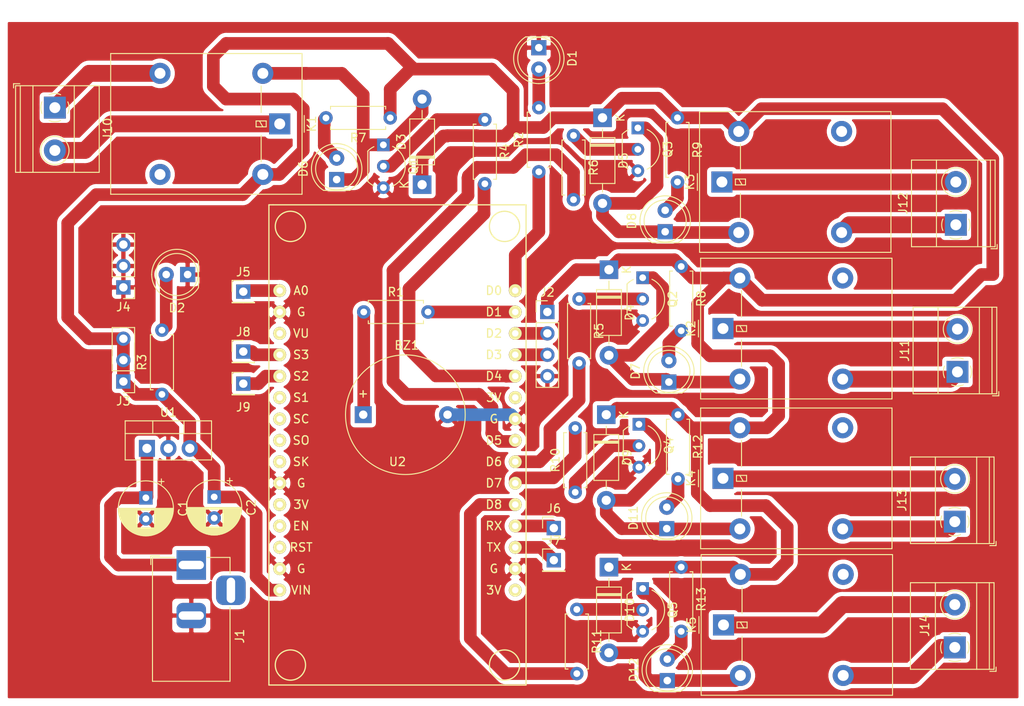
<source format=kicad_pcb>
(kicad_pcb (version 20211014) (generator pcbnew)
  (layers (0 "F.Cu" signal) (31 "B.Cu" signal) (34 "B.Paste" user) (35 "F.Paste" user) (36 "B.SilkS" user "B.Silkscreen") (37 "F.SilkS" user "F.Silkscreen") (38 "B.Mask" user) (39 "F.Mask" user) (44 "Edge.Cuts" user))
  (net 0 "")
  (net 1 "Net-(D2-Pad2)")
  (net 2 "VCC")
  (net 3 "Net-(D4-Pad2)")
  (net 4 "Net-(D5-Pad2)")
  (net 5 "Net-(D6-Pad2)")
  (net 6 "GND")
  (net 7 "Net-(Q1-Pad2)")
  (net 8 "Net-(Q2-Pad2)")
  (net 9 "Net-(Q3-Pad2)")
  (net 10 "Net-(Q4-Pad2)")
  (net 11 "relay1")
  (net 12 "relay2")
  (net 13 "relay3")
  (net 14 "relay4")
  (net 15 "Net-(C1-Pad1)")
  (net 16 "Net-(D1-Pad2)")
  (net 17 "Net-(D3-Pad2)")
  (net 18 "Net-(D7-Pad2)")
  (net 19 "Net-(D8-Pad2)")
  (net 20 "Net-(BZ1-Pad1)")
  (net 21 "Net-(D10-Pad2)")
  (net 22 "Net-(D11-Pad2)")
  (net 23 "Net-(D12-Pad2)")
  (net 24 "trigger")
  (net 25 "echo")
  (net 26 "Net-(Q5-Pad2)")
  (net 27 "buzz")
  (net 28 "headlamp")
  (net 29 "relay5")
  (net 30 "Net-(D11-Pad1)")
  (net 31 "expin")
  (net 32 "espin1")
  (net 33 "espin2")
  (net 34 "expin3")
  (net 35 "expin4")
  (net 36 "Net-(J10-Pad2)")
  (net 37 "Net-(J10-Pad1)")
  (net 38 "Net-(J11-Pad2)")
  (net 39 "Net-(J11-Pad1)")
  (net 40 "Net-(J12-Pad2)")
  (net 41 "Net-(J12-Pad1)")
  (net 42 "Net-(J13-Pad2)")
  (net 43 "Net-(J13-Pad1)")
  (net 44 "Net-(J14-Pad2)")
  (net 45 "Net-(J14-Pad1)")
  (footprint "Diode_THT:D_DO-41_SOD81_P10.16mm_Horizontal" (layer "F.Cu") (at 109.4105 144.9705 -90)
    (fp_text reference "D10")
    (fp_text value "1N4007")
  )
  (footprint "Diode_THT:D_DO-41_SOD81_P10.16mm_Horizontal" (layer "F.Cu") (at 109.093 126.873 -90)
    (fp_text reference "D9")
    (fp_text value "1N4007")
  )
  (footprint "Diode_THT:D_DO-41_SOD81_P10.16mm_Horizontal" (layer "F.Cu") (at 108.6485 91.6305 -90)
    (fp_text reference "D5")
    (fp_text value "1N4007")
  )
  (footprint "Diode_THT:D_DO-41_SOD81_P10.16mm_Horizontal" (layer "F.Cu") (at 109.4105 109.6645 -90)
    (fp_text reference "D4")
    (fp_text value "1N4007")
  )
  (footprint "Relay_THT:Relay_SPDT_Omron-G5LE-1" (layer "F.Cu") (at 122.9995 151.8285 90)
    (fp_text reference "K5")
    (fp_text value "G5LE-1")
  )
  (footprint "Relay_THT:Relay_SPDT_Omron-G5LE-1" (layer "F.Cu") (at 122.936 134.4295 90)
    (fp_text reference "K4")
    (fp_text value "G5LE-1")
  )
  (footprint "Relay_THT:Relay_SPDT_Omron-G5LE-1" (layer "F.Cu") (at 122.809 99.2505 90)
    (fp_text reference "K3")
    (fp_text value "G5LE-1")
  )
  (footprint "Relay_THT:Relay_SPDT_Omron-G5LE-1" (layer "F.Cu") (at 122.936 116.6495 90)
    (fp_text reference "K2")
    (fp_text value "G5LE-1")
  )
  (footprint "Package_TO_SOT_THT:TO-92_Inline_Wide" (layer "F.Cu") (at 113.411 147.5105 -90)
    (fp_text reference "Q5")
    (fp_text value "BC547")
  )
  (footprint "Package_TO_SOT_THT:TO-92_Inline_Wide" (layer "F.Cu") (at 112.9665 128.016 -90)
    (fp_text reference "Q4")
    (fp_text value "BC547")
  )
  (footprint "Package_TO_SOT_THT:TO-92_Inline_Wide" (layer "F.Cu") (at 112.8395 92.837 -90)
    (fp_text reference "Q3")
    (fp_text value "BC547")
  )
  (footprint "Package_TO_SOT_THT:TO-92_Inline_Wide" (layer "F.Cu") (at 113.411 110.617 -90)
    (fp_text reference "Q2")
    (fp_text value "BC547")
  )
  (footprint "ESP8266:NodeMCU-LoLinV3" (layer "F.Cu") (at 84.328 132.461)
    (fp_text reference "U2")
    (fp_text value "NodeMCU_1.0_(ESP-12E)")
  )
  (footprint "Capacitor_THT:CP_Radial_D6.3mm_P2.50mm" (layer "F.Cu") (at 54.483 136.7409 -90)
    (fp_text reference "C1")
    (fp_text value "C_Small")
  )
  (footprint "Capacitor_THT:CP_Radial_D6.3mm_P2.50mm" (layer "F.Cu") (at 62.5856 136.6393 -90)
    (fp_text reference "C2")
    (fp_text value "C_Small")
  )
  (footprint "LED_THT:LED_D5.0mm" (layer "F.Cu") (at 59.436 110.236 180)
    (fp_text reference "D2")
    (fp_text value "LED")
  )
  (footprint "LED_THT:LED_D5.0mm" (layer "F.Cu") (at 116.332 158.4325 90)
    (fp_text reference "D12")
    (fp_text value "LED")
  )
  (footprint "LED_THT:LED_D5.0mm" (layer "F.Cu") (at 116.2685 140.3985 90)
    (fp_text reference "D11")
    (fp_text value "LED")
  )
  (footprint "LED_THT:LED_D5.0mm" (layer "F.Cu") (at 116.078 105.156 90)
    (fp_text reference "D8")
    (fp_text value "LED")
  )
  (footprint "LED_THT:LED_D5.0mm" (layer "F.Cu") (at 116.5225 122.9995 90)
    (fp_text reference "D7")
    (fp_text value "LED")
  )
  (footprint "Connector_BarrelJack:BarrelJack_Horizontal" (layer "F.Cu") (at 59.8678 144.7165 90)
    (fp_text reference "J1")
    (fp_text value "Barrel_Jack")
  )
  (footprint "Connector_PinHeader_2.54mm:PinHeader_1x03_P2.54mm_Vertical" (layer "F.Cu") (at 51.816 122.936 180)
    (fp_text reference "J3")
    (fp_text value "power_supply")
  )
  (footprint "Connector_PinHeader_2.54mm:PinHeader_1x03_P2.54mm_Vertical" (layer "F.Cu") (at 51.816 111.76 180)
    (fp_text reference "J4")
    (fp_text value "GROUND_CONN")
  )
  (footprint "Resistor_THT:R_Axial_DIN0207_L6.3mm_D2.5mm_P7.62mm_Horizontal" (layer "F.Cu") (at 56.388 124.46 90)
    (fp_text reference "R3")
    (fp_text value "R_Small")
  )
  (footprint "Resistor_THT:R_Axial_DIN0207_L6.3mm_D2.5mm_P7.62mm_Horizontal" (layer "F.Cu") (at 105.6005 149.987 -90)
    (fp_text reference "R11")
    (fp_text value "R_Small")
  )
  (footprint "Resistor_THT:R_Axial_DIN0207_L6.3mm_D2.5mm_P7.62mm_Horizontal" (layer "F.Cu") (at 117.983 144.9705 -90)
    (fp_text reference "R13")
    (fp_text value "R_Small")
  )
  (footprint "Resistor_THT:R_Axial_DIN0207_L6.3mm_D2.5mm_P7.62mm_Horizontal" (layer "F.Cu") (at 105.41 136.0805 90)
    (fp_text reference "R10")
    (fp_text value "R_Small")
  )
  (footprint "Resistor_THT:R_Axial_DIN0207_L6.3mm_D2.5mm_P7.62mm_Horizontal" (layer "F.Cu") (at 105.2068 93.726 -90)
    (fp_text reference "R6")
    (fp_text value "R_Small")
  )
  (footprint "Resistor_THT:R_Axial_DIN0207_L6.3mm_D2.5mm_P7.62mm_Horizontal" (layer "F.Cu") (at 105.8672 113.1316 -90)
    (fp_text reference "R5")
    (fp_text value "R_Small")
  )
  (footprint "Resistor_THT:R_Axial_DIN0207_L6.3mm_D2.5mm_P7.62mm_Horizontal" (layer "F.Cu") (at 117.602 126.873 -90)
    (fp_text reference "R12")
    (fp_text value "R_Small")
  )
  (footprint "Resistor_THT:R_Axial_DIN0207_L6.3mm_D2.5mm_P7.62mm_Horizontal" (layer "F.Cu") (at 117.5385 91.6305 -90)
    (fp_text reference "R9")
    (fp_text value "R_Small")
  )
  (footprint "Resistor_THT:R_Axial_DIN0207_L6.3mm_D2.5mm_P7.62mm_Horizontal" (layer "F.Cu") (at 117.983 109.2835 -90)
    (fp_text reference "R8")
    (fp_text value "R_Small")
  )
  (footprint "Package_TO_SOT_THT:TO-220-3_Vertical" (layer "F.Cu") (at 54.61 130.8735)
    (fp_text reference "U1")
    (fp_text value "L7805")
  )
  (footprint "Buzzer_Beeper:Buzzer_D14mm_H7mm_P10mm" (layer "F.Cu") (at 80.264 126.873)
    (fp_text reference "BZ1")
    (fp_text value "Buzzer")
  )
  (footprint "LED_THT:LED_D5.0mm" (layer "F.Cu") (at 101.092 83.312 -90)
    (fp_text reference "D1")
    (fp_text value "LED")
  )
  (footprint "Diode_THT:D_DO-41_SOD81_P10.16mm_Horizontal" (layer "F.Cu") (at 87.249 99.568 90)
    (fp_text reference "D3")
    (fp_text value "1N4007")
  )
  (footprint "LED_THT:LED_D5.0mm" (layer "F.Cu") (at 77.1144 98.9584 90)
    (fp_text reference "D6")
    (fp_text value "LED")
  )
  (footprint "Connector_PinHeader_2.54mm:PinHeader_1x04_P2.54mm_Vertical" (layer "F.Cu") (at 102.108 114.681)
    (fp_text reference "J2")
    (fp_text value "ultrasonic")
  )
  (footprint "Relay_THT:Relay_SPDT_Omron-G5LE-1" (layer "F.Cu") (at 70.358 92.3544 -90)
    (fp_text reference "K1")
    (fp_text value "G5LE-1")
  )
  (footprint "Package_TO_SOT_THT:TO-92_Inline_Wide" (layer "F.Cu") (at 82.6516 94.8436 -90)
    (fp_text reference "Q1")
    (fp_text value "BC547")
  )
  (footprint "Resistor_THT:R_Axial_DIN0207_L6.3mm_D2.5mm_P7.62mm_Horizontal" (layer "F.Cu") (at 80.3275 114.681)
    (fp_text reference "R1")
    (fp_text value "R_Small")
  )
  (footprint "Resistor_THT:R_Axial_DIN0207_L6.3mm_D2.5mm_P7.62mm_Horizontal" (layer "F.Cu") (at 101.092 98.044 90)
    (fp_text reference "R2")
    (fp_text value "R_Small")
  )
  (footprint "Resistor_THT:R_Axial_DIN0207_L6.3mm_D2.5mm_P7.62mm_Horizontal" (layer "F.Cu") (at 94.6912 91.8464 -90)
    (fp_text reference "R4")
    (fp_text value "R_Small")
  )
  (footprint "Resistor_THT:R_Axial_DIN0207_L6.3mm_D2.5mm_P7.62mm_Horizontal" (layer "F.Cu") (at 83.4644 91.6432 180)
    (fp_text reference "R7")
    (fp_text value "R_Small")
  )
  (footprint "TerminalBlock_Phoenix:TerminalBlock_Phoenix_MKDS-1,5-2-5.08_1x02_P5.08mm_Horizontal" (layer "F.Cu") (at 43.688 90.424 -90)
    (fp_text reference "J10")
    (fp_text value "r5_conn")
  )
  (footprint "TerminalBlock_Phoenix:TerminalBlock_Phoenix_MKDS-1,5-2-5.08_1x02_P5.08mm_Horizontal" (layer "F.Cu") (at 150.749 121.793 90)
    (fp_text reference "J11")
    (fp_text value "r2_conn")
  )
  (footprint "TerminalBlock_Phoenix:TerminalBlock_Phoenix_MKDS-1,5-2-5.08_1x02_P5.08mm_Horizontal" (layer "F.Cu") (at 150.5585 104.3305 90)
    (fp_text reference "J12")
    (fp_text value "r1_conn")
  )
  (footprint "TerminalBlock_Phoenix:TerminalBlock_Phoenix_MKDS-1,5-2-5.08_1x02_P5.08mm_Horizontal" (layer "F.Cu") (at 150.4315 139.573 90)
    (fp_text reference "J13")
    (fp_text value "r3_conn")
  )
  (footprint "TerminalBlock_Phoenix:TerminalBlock_Phoenix_MKDS-1,5-2-5.08_1x02_P5.08mm_Horizontal" (layer "F.Cu") (at 150.4315 154.4955 90)
    (fp_text reference "J14")
    (fp_text value "r4_conn")
  )
  (footprint "Connector_PinHeader_2.54mm:PinHeader_1x01_P2.54mm_Vertical" (layer "F.Cu") (at 66.04 112.268)
    (fp_text reference "J5")
    (fp_text value "expin")
  )
  (footprint "Connector_PinHeader_2.54mm:PinHeader_1x01_P2.54mm_Vertical" (layer "F.Cu") (at 102.87 140.335)
    (fp_text reference "J6")
    (fp_text value "expin1")
  )
  (footprint "Connector_PinHeader_2.54mm:PinHeader_1x01_P2.54mm_Vertical" (layer "F.Cu") (at 102.87 144.145)
    (fp_text reference "J7")
    (fp_text value "expin2")
  )
  (footprint "Connector_PinHeader_2.54mm:PinHeader_1x01_P2.54mm_Vertical" (layer "F.Cu") (at 66.04 119.38)
    (fp_text reference "J8")
    (fp_text value "expin3")
  )
  (footprint "Connector_PinHeader_2.54mm:PinHeader_1x01_P2.54mm_Vertical" (layer "F.Cu") (at 66.04 123.19)
    (fp_text reference "J9")
    (fp_text value "expin4")
  )
  (segment (start 56.896 116.332) (end 56.388 116.84) (width 1.5) (layer "F.Cu") (net 1))
  (segment (start 56.896 110.236) (end 56.896 116.332) (width 1.5) (layer "F.Cu") (net 1))
  (segment (start 128.1105 128.4295) (end 129.54 127) (width 1.5) (layer "F.Cu") (net 2))
  (segment (start 45.212 115.316) (end 47.752 117.856) (width 1.5) (layer "F.Cu") (net 2))
  (segment (start 59.69 130.8735) (end 60.2615 130.8735) (width 1.5) (layer "F.Cu") (net 2))
  (segment (start 130.556 144.272) (end 130.556 140.208) (width 1.5) (layer "F.Cu") (net 2))
  (segment (start 73.152 95.504) (end 73.152 90.578398) (width 1.5) (layer "F.Cu") (net 2))
  (segment (start 62.484 87.884) (end 62.484 84.328) (width 1.5) (layer "F.Cu") (net 2))
  (segment (start 121.412 137.668) (end 119.888 136.144) (width 1.5) (layer "F.Cu") (net 2))
  (segment (start 48.597599 100.754401) (end 45.212 104.14) (width 1.5) (layer "F.Cu") (net 2))
  (segment (start 154.94 110.236) (end 153.599998 110.236) (width 1.5) (layer "F.Cu") (net 2))
  (segment (start 70.358 147.701) (end 69.166098 147.701) (width 1.5) (layer "F.Cu") (net 2))
  (segment (start 51.816 117.856) (end 51.816 120.396) (width 1.5) (layer "F.Cu") (net 2))
  (segment (start 124.9995 145.8285) (end 128.9995 145.8285) (width 1.5) (layer "F.Cu") (net 2))
  (segment (start 67.564 146.098902) (end 67.564 138.684) (width 1.5) (layer "F.Cu") (net 2))
  (segment (start 110.591499 108.483501) (end 109.4105 109.6645) (width 1.5) (layer "F.Cu") (net 2))
  (segment (start 65.5193 136.6393) (end 62.5856 136.6393) (width 1.5) (layer "F.Cu") (net 2))
  (segment (start 101.619601 92.782401) (end 98.044 92.782401) (width 1.5) (layer "F.Cu") (net 2))
  (segment (start 129.54 120.904) (end 128.524 119.888) (width 1.5) (layer "F.Cu") (net 2))
  (segment (start 110.358001 126.115999) (end 116.844999 126.115999) (width 1.5) (layer "F.Cu") (net 2))
  (segment (start 64.008 89.408) (end 62.484 87.884) (width 1.5) (layer "F.Cu") (net 2))
  (segment (start 59.69 130.8735) (end 59.69 127.762) (width 1.5) (layer "F.Cu") (net 2))
  (segment (start 153.599998 110.236) (end 150.551998 113.284) (width 1.5) (layer "F.Cu") (net 2))
  (segment (start 62.484 84.328) (end 64.008 82.804) (width 1.5) (layer "F.Cu") (net 2))
  (segment (start 124.936 128.4295) (end 128.1105 128.4295) (width 1.5) (layer "F.Cu") (net 2))
  (segment (start 47.752 117.856) (end 51.816 117.856) (width 1.5) (layer "F.Cu") (net 2))
  (segment (start 83.4644 91.6432) (end 83.4644 88.2396) (width 1.5) (layer "F.Cu") (net 2))
  (segment (start 128.524 119.888) (end 121.412 119.888) (width 1.5) (layer "F.Cu") (net 2))
  (segment (start 117.183001 108.483501) (end 110.591499 108.483501) (width 1.5) (layer "F.Cu") (net 2))
  (segment (start 98.044 92.782401) (end 98.044 88.392) (width 1.5) (layer "F.Cu") (net 2))
  (segment (start 128.9995 145.8285) (end 130.556 144.272) (width 1.5) (layer "F.Cu") (net 2))
  (segment (start 98.044 88.392) (end 95.504 85.852) (width 1.5) (layer "F.Cu") (net 2))
  (segment (start 115.2144 89.3064) (end 110.9726 89.3064) (width 1.5) (layer "F.Cu") (net 2))
  (segment (start 117.5385 91.6305) (end 123.189 91.6305) (width 1.5) (layer "F.Cu") (net 2))
  (segment (start 129.54 127) (end 129.54 120.904) (width 1.5) (layer "F.Cu") (net 2))
  (segment (start 110.9726 89.3064) (end 108.6485 91.6305) (width 1.5) (layer "F.Cu") (net 2))
  (segment (start 105.5751 109.6645) (end 109.4105 109.6645) (width 1.5) (layer "F.Cu") (net 2))
  (segment (start 119.2855 128.4295) (end 119.1585 128.4295) (width 1.5) (layer "F.Cu") (net 2))
  (segment (start 71.981602 89.408) (end 64.008 89.408) (width 1.5) (layer "F.Cu") (net 2))
  (segment (start 150.551998 113.284) (end 127.5705 113.284) (width 1.5) (layer "F.Cu") (net 2))
  (segment (start 93.705208 93.74641) (end 93.755199 93.796401) (width 1.5) (layer "F.Cu") (net 2))
  (segment (start 119.888 129.032) (end 119.2855 128.4295) (width 1.5) (layer "F.Cu") (net 2))
  (segment (start 93.755199 93.796401) (end 97.03 93.796401) (width 1.5) (layer "F.Cu") (net 2))
  (segment (start 123.0305 110.6495) (end 124.936 110.6495) (width 1.5) (layer "F.Cu") (net 2))
  (segment (start 56.388 124.46) (end 53.34 124.46) (width 1.5) (layer "F.Cu") (net 2))
  (segment (start 45.212 104.14) (end 45.212 115.316) (width 1.5) (layer "F.Cu") (net 2))
  (segment (start 65.957999 100.754401) (end 48.597599 100.754401) (width 1.5) (layer "F.Cu") (net 2))
  (segment (start 89.782099 93.796401) (end 90.201199 93.796401) (width 1.5) (layer "F.Cu") (net 2))
  (segment (start 97.03 93.796401) (end 98.044 92.782401) (width 1.5) (layer "F.Cu") (net 2))
  (segment (start 124.809 93.2505) (end 127.508 90.5515) (width 1.5) (layer "F.Cu") (net 2))
  (segment (start 59.69 127.762) (end 56.388 124.46) (width 1.5) (layer "F.Cu") (net 2))
  (segment (start 109.4105 144.9705) (end 117.983 144.9705) (width 1.5) (layer "F.Cu") (net 2))
  (segment (start 90.201199 93.796401) (end 90.25119 93.74641) (width 1.5) (layer "F.Cu") (net 2))
  (segment (start 83.4644 88.2396) (end 86.0552 85.6488) (width 1.5) (layer "F.Cu") (net 2))
  (segment (start 124.936 110.6495) (end 119.349 110.6495) (width 1.5) (layer "F.Cu") (net 2))
  (segment (start 119.1585 128.4295) (end 117.602 126.873) (width 1.5) (layer "F.Cu") (net 2))
  (segment (start 127.508 90.5515) (end 148.9715 90.5515) (width 1.5) (layer "F.Cu") (net 2))
  (segment (start 117.983 144.9705) (end 124.1415 144.9705) (width 1.5) (layer "F.Cu") (net 2))
  (segment (start 109.093 126.873) (end 109.601 126.873) (width 1.5) (layer "F.Cu") (net 2))
  (segment (start 102.771502 91.6305) (end 101.619601 92.782401) (width 1.5) (layer "F.Cu") (net 2))
  (segment (start 53.34 124.46) (end 51.816 122.936) (width 1.5) (layer "F.Cu") (net 2))
  (segment (start 117.5385 91.6305) (end 115.2144 89.3064) (width 1.5) (layer "F.Cu") (net 2))
  (segment (start 70.3016 98.3544) (end 73.152 95.504) (width 1.5) (layer "F.Cu") (net 2))
  (segment (start 108.6485 91.6305) (end 102.771502 91.6305) (width 1.5) (layer "F.Cu") (net 2))
  (segment (start 62.5856 133.1976) (end 62.5856 136.6393) (width 1.5) (layer "F.Cu") (net 2))
  (segment (start 51.816 120.396) (end 51.816 122.936) (width 1.5) (layer "F.Cu") (net 2))
  (segment (start 127.5705 113.284) (end 124.936 110.6495) (width 1.5) (layer "F.Cu") (net 2))
  (segment (start 64.008 82.804) (end 83.2104 82.804) (width 1.5) (layer "F.Cu") (net 2))
  (segment (start 87.249 96.3295) (end 89.782099 93.796401) (width 1.5) (layer "F.Cu") (net 2))
  (segment (start 123.189 91.6305) (end 124.809 93.2505) (width 1.5) (layer "F.Cu") (net 2))
  (segment (start 116.844999 126.115999) (end 117.602 126.873) (width 1.5) (layer "F.Cu") (net 2))
  (segment (start 119.933001 113.746999) (end 123.0305 110.6495) (width 1.5) (layer "F.Cu") (net 2))
  (segment (start 60.2615 130.8735) (end 62.5856 133.1976) (width 1.5) (layer "F.Cu") (net 2))
  (segment (start 87.249 99.568) (end 87.249 96.3295) (width 1.5) (layer "F.Cu") (net 2))
  (segment (start 109.601 126.873) (end 110.358001 126.115999) (width 1.5) (layer "F.Cu") (net 2))
  (segment (start 83.2104 82.804) (end 86.0552 85.6488) (width 1.5) (layer "F.Cu") (net 2))
  (segment (start 102.108 113.1316) (end 105.5751 109.6645) (width 1.5) (layer "F.Cu") (net 2))
  (segment (start 90.25119 93.74641) (end 93.705208 93.74641) (width 1.5) (layer "F.Cu") (net 2))
  (segment (start 73.152 90.578398) (end 71.981602 89.408) (width 1.5) (layer "F.Cu") (net 2))
  (segment (start 119.933001 118.409001) (end 119.933001 113.746999) (width 1.5) (layer "F.Cu") (net 2))
  (segment (start 67.564 138.684) (end 65.5193 136.6393) (width 1.5) (layer "F.Cu") (net 2))
  (segment (start 154.94 96.52) (end 154.94 110.236) (width 1.5) (layer "F.Cu") (net 2))
  (segment (start 68.358 98.3544) (end 65.957999 100.754401) (width 1.5) (layer "F.Cu") (net 2))
  (segment (start 95.504 85.852) (end 86.2584 85.852) (width 1.5) (layer "F.Cu") (net 2))
  (segment (start 124.1415 144.9705) (end 124.9995 145.8285) (width 1.5) (layer "F.Cu") (net 2))
  (segment (start 69.166098 147.701) (end 67.564 146.098902) (width 1.5) (layer "F.Cu") (net 2))
  (segment (start 128.016 137.668) (end 121.412 137.668) (width 1.5) (layer "F.Cu") (net 2))
  (segment (start 86.2584 85.852) (end 86.0552 85.6488) (width 1.5) (layer "F.Cu") (net 2))
  (segment (start 121.412 119.888) (end 119.933001 118.409001) (width 1.5) (layer "F.Cu") (net 2))
  (segment (start 148.9715 90.5515) (end 154.94 96.52) (width 1.5) (layer "F.Cu") (net 2))
  (segment (start 124.936 128.4295) (end 119.2855 128.4295) (width 1.5) (layer "F.Cu") (net 2))
  (segment (start 68.358 98.3544) (end 70.3016 98.3544) (width 1.5) (layer "F.Cu") (net 2))
  (segment (start 119.349 110.6495) (end 117.983 109.2835) (width 1.5) (layer "F.Cu") (net 2))
  (segment (start 119.888 136.144) (end 119.888 129.032) (width 1.5) (layer "F.Cu") (net 2))
  (segment (start 102.108 114.681) (end 102.108 113.1316) (width 1.5) (layer "F.Cu") (net 2))
  (segment (start 117.983 109.2835) (end 117.183001 108.483501) (width 1.5) (layer "F.Cu") (net 2))
  (segment (start 130.556 140.208) (end 128.016 137.668) (width 1.5) (layer "F.Cu") (net 2))
  (segment (start 115.7732 111.76) (end 114.6302 110.617) (width 1.5) (layer "F.Cu") (net 3))
  (segment (start 124.586 122.9995) (end 124.936 122.6495) (width 1.5) (layer "F.Cu") (net 3))
  (segment (start 109.4105 119.8245) (end 112.268 122.682) (width 1.5) (layer "F.Cu") (net 3))
  (segment (start 112.268 122.682) (end 116.205 122.682) (width 1.5) (layer "F.Cu") (net 3))
  (segment (start 115.7732 116.146802) (end 115.7732 111.76) (width 1.5) (layer "F.Cu") (net 3))
  (segment (start 114.6302 110.617) (end 113.411 110.617) (width 1.5) (layer "F.Cu") (net 3))
  (segment (start 112.095502 119.8245) (end 115.7732 116.146802) (width 1.5) (layer "F.Cu") (net 3))
  (segment (start 116.5225 122.9995) (end 124.586 122.9995) (width 1.5) (layer "F.Cu") (net 3))
  (segment (start 109.4105 119.8245) (end 112.095502 119.8245) (width 1.5) (layer "F.Cu") (net 3))
  (segment (start 116.205 122.682) (end 116.5225 122.9995) (width 1.5) (layer "F.Cu") (net 3))
  (segment (start 115.1128 99.6188) (end 115.1128 94.234) (width 1.5) (layer "F.Cu") (net 4))
  (segment (start 115.1128 94.234) (end 113.7158 92.837) (width 1.5) (layer "F.Cu") (net 4))
  (segment (start 116.1725 105.2505) (end 116.078 105.156) (width 1.5) (layer "F.Cu") (net 4))
  (segment (start 124.809 105.2505) (end 116.1725 105.2505) (width 1.5) (layer "F.Cu") (net 4))
  (segment (start 113.7158 92.837) (end 112.8395 92.837) (width 1.5) (layer "F.Cu") (net 4))
  (segment (start 116.078 105.156) (end 110.5408 105.156) (width 1.5) (layer "F.Cu") (net 4))
  (segment (start 112.9411 101.7905) (end 115.1128 99.6188) (width 1.5) (layer "F.Cu") (net 4))
  (segment (start 108.6485 103.2637) (end 108.6485 101.7905) (width 1.5) (layer "F.Cu") (net 4))
  (segment (start 110.5408 105.156) (end 108.6485 103.2637) (width 1.5) (layer "F.Cu") (net 4))
  (segment (start 108.6485 101.7905) (end 112.9411 101.7905) (width 1.5) (layer "F.Cu") (net 4))
  (segment (start 77.1144 96.4184) (end 75.6412 94.9452) (width 1.5) (layer "F.Cu") (net 5))
  (segment (start 75.6412 91.8464) (end 75.8444 91.6432) (width 1.5) (layer "F.Cu") (net 5))
  (segment (start 75.6412 94.9452) (end 75.6412 91.8464) (width 1.5) (layer "F.Cu") (net 5))
  (segment (start 97.79 126.873) (end 98.298 127.381) (width 1.5) (layer "B.Cu") (net 6))
  (segment (start 90.264 126.873) (end 97.79 126.873) (width 1.5) (layer "B.Cu") (net 6))
  (segment (start 82.6516 97.3836) (end 83.507879 97.3836) (width 1.5) (layer "F.Cu") (net 7))
  (segment (start 89.045079 91.8464) (end 94.6912 91.8464) (width 1.5) (layer "F.Cu") (net 7))
  (segment (start 83.507879 97.3836) (end 89.045079 91.8464) (width 1.5) (layer "F.Cu") (net 7))
  (segment (start 105.8672 113.1316) (end 113.3856 113.1316) (width 1.5) (layer "F.Cu") (net 8))
  (segment (start 113.3856 113.1316) (end 113.411 113.157) (width 1.5) (layer "F.Cu") (net 8))
  (segment (start 112.8395 95.377) (end 106.8578 95.377) (width 1.5) (layer "F.Cu") (net 9))
  (segment (start 106.8578 95.377) (end 105.2068 93.726) (width 1.5) (layer "F.Cu") (net 9))
  (segment (start 105.41 134.874) (end 109.728 130.556) (width 1.5) (layer "F.Cu") (net 10))
  (segment (start 109.728 130.556) (end 112.9665 130.556) (width 1.5) (layer "F.Cu") (net 10))
  (segment (start 105.41 136.0805) (end 105.41 134.874) (width 1.5) (layer "F.Cu") (net 10))
  (segment (start 93.98 124.46) (end 85.344 124.46) (width 1.5) (layer "F.Cu") (net 11))
  (segment (start 98.063601 97.516399) (end 99.568 96.012) (width 1.5) (layer "F.Cu") (net 11))
  (segment (start 92.68959 98.780991) (end 92.741199 98.729382) (width 1.5) (layer "F.Cu") (net 11))
  (segment (start 98.171 130.048) (end 96.52 130.048) (width 1.5) (layer "F.Cu") (net 11))
  (segment (start 92.741199 98.530399) (end 93.755199 97.516399) (width 1.5) (layer "F.Cu") (net 11))
  (segment (start 105.2068 98.0948) (end 105.2068 101.346) (width 1.5) (layer "F.Cu") (net 11))
  (segment (start 83.79959 122.91559) (end 83.79959 109.74841) (width 1.5) (layer "F.Cu") (net 11))
  (segment (start 99.568 96.012) (end 103.124 96.012) (width 1.5) (layer "F.Cu") (net 11))
  (segment (start 96.52 130.048) (end 95.504 129.032) (width 1.5) (layer "F.Cu") (net 11))
  (segment (start 98.298 129.921) (end 98.171 130.048) (width 1.5) (layer "F.Cu") (net 11))
  (segment (start 92.741199 98.729382) (end 92.741199 98.530399) (width 1.5) (layer "F.Cu") (net 11))
  (segment (start 95.504 129.032) (end 95.532761 129.003239) (width 1.5) (layer "F.Cu") (net 11))
  (segment (start 93.755199 97.516399) (end 98.063601 97.516399) (width 1.5) (layer "F.Cu") (net 11))
  (segment (start 92.68959 100.85841) (end 92.68959 98.780991) (width 1.5) (layer "F.Cu") (net 11))
  (segment (start 85.344 124.46) (end 83.79959 122.91559) (width 1.5) (layer "F.Cu") (net 11))
  (segment (start 83.79959 109.74841) (end 92.68959 100.85841) (width 1.5) (layer "F.Cu") (net 11))
  (segment (start 103.124 96.012) (end 105.2068 98.0948) (width 1.5) (layer "F.Cu") (net 11))
  (segment (start 95.532761 129.003239) (end 95.532761 126.012761) (width 1.5) (layer "F.Cu") (net 11))
  (segment (start 95.532761 126.012761) (end 93.98 124.46) (width 1.5) (layer "F.Cu") (net 11))
  (segment (start 105.8672 125.117298) (end 102.4128 128.571698) (width 1.5) (layer "F.Cu") (net 12))
  (segment (start 102.4128 131.2164) (end 101.1682 132.461) (width 1.5) (layer "F.Cu") (net 12))
  (segment (start 105.8672 120.7516) (end 105.8672 125.117298) (width 1.5) (layer "F.Cu") (net 12))
  (segment (start 101.1682 132.461) (end 98.298 132.461) (width 1.5) (layer "F.Cu") (net 12))
  (segment (start 102.4128 128.571698) (end 102.4128 131.2164) (width 1.5) (layer "F.Cu") (net 12))
  (segment (start 105.41 131.7752) (end 105.41 128.4605) (width 1.5) (layer "F.Cu") (net 13))
  (segment (start 98.298 134.5692) (end 98.494199 134.373001) (width 1.5) (layer "F.Cu") (net 13))
  (segment (start 98.298 135.001) (end 98.298 134.5692) (width 1.5) (layer "F.Cu") (net 13))
  (segment (start 102.812199 134.373001) (end 105.41 131.7752) (width 1.5) (layer "F.Cu") (net 13))
  (segment (start 98.494199 134.373001) (end 102.812199 134.373001) (width 1.5) (layer "F.Cu") (net 13))
  (segment (start 94.107 137.541) (end 98.298 137.541) (width 1.5) (layer "F.Cu") (net 14))
  (segment (start 92.964 138.684) (end 94.107 137.541) (width 1.5) (layer "F.Cu") (net 14))
  (segment (start 92.964 153.416) (end 92.964 138.684) (width 1.5) (layer "F.Cu") (net 14))
  (segment (start 97.155 157.607) (end 92.964 153.416) (width 1.5) (layer "F.Cu") (net 14))
  (segment (start 105.6005 157.607) (end 97.155 157.607) (width 1.5) (layer "F.Cu") (net 14))
  (segment (start 54.61 136.6139) (end 54.483 136.7409) (width 1.5) (layer "F.Cu") (net 15))
  (segment (start 54.61 130.8735) (end 54.61 136.6139) (width 1.5) (layer "F.Cu") (net 15))
  (segment (start 54.483 136.7409) (end 51.2191 136.7409) (width 1.5) (layer "F.Cu") (net 15))
  (segment (start 50.292 143.764) (end 51.2445 144.7165) (width 1.5) (layer "F.Cu") (net 15))
  (segment (start 50.292 137.668) (end 50.292 143.764) (width 1.5) (layer "F.Cu") (net 15))
  (segment (start 51.2445 144.7165) (end 59.8678 144.7165) (width 1.5) (layer "F.Cu") (net 15))
  (segment (start 51.2191 136.7409) (end 50.292 137.668) (width 1.5) (layer "F.Cu") (net 15))
  (segment (start 101.092 90.424) (end 101.092 85.852) (width 1.5) (layer "F.Cu") (net 16))
  (segment (start 73.441602 86.3544) (end 68.358 86.3544) (width 1.5) (layer "F.Cu") (net 17))
  (segment (start 80.264 94.706) (end 80.264 88.9) (width 1.5) (layer "F.Cu") (net 17))
  (segment (start 83.360858 94.8436) (end 82.6516 94.8436) (width 1.5) (layer "F.Cu") (net 17))
  (segment (start 87.249 90.955458) (end 83.360858 94.8436) (width 1.5) (layer "F.Cu") (net 17))
  (segment (start 87.249 89.408) (end 87.249 90.955458) (width 1.5) (layer "F.Cu") (net 17))
  (segment (start 73.447202 86.36) (end 73.441602 86.3544) (width 1.5) (layer "F.Cu") (net 17))
  (segment (start 80.4016 94.8436) (end 80.264 94.706) (width 1.5) (layer "F.Cu") (net 17))
  (segment (start 80.264 97.8408) (end 80.264 94.706) (width 1.5) (layer "F.Cu") (net 17))
  (segment (start 77.1144 98.9584) (end 79.1464 98.9584) (width 1.5) (layer "F.Cu") (net 17))
  (segment (start 80.4016 94.8436) (end 82.6516 94.8436) (width 1.5) (layer "F.Cu") (net 17))
  (segment (start 80.264 88.9) (end 77.724 86.36) (width 1.5) (layer "F.Cu") (net 17))
  (segment (start 77.724 86.36) (end 73.447202 86.36) (width 1.5) (layer "F.Cu") (net 17))
  (segment (start 79.1464 98.9584) (end 80.264 97.8408) (width 1.5) (layer "F.Cu") (net 17))
  (segment (start 116.5225 118.364) (end 117.983 116.9035) (width 1.5) (layer "F.Cu") (net 18))
  (segment (start 116.5225 120.4595) (end 116.5225 118.364) (width 1.5) (layer "F.Cu") (net 18))
  (segment (start 117.5385 99.2505) (end 117.5385 101.1555) (width 1.5) (layer "F.Cu") (net 19))
  (segment (start 117.5385 101.1555) (end 116.078 102.616) (width 1.5) (layer "F.Cu") (net 19))
  (segment (start 80.3275 126.8095) (end 80.264 126.873) (width 1.5) (layer "F.Cu") (net 20))
  (segment (start 80.3275 114.681) (end 80.3275 126.8095) (width 1.5) (layer "F.Cu") (net 20))
  (segment (start 114.2365 158.4325) (end 113.683002 157.879002) (width 1.5) (layer "F.Cu") (net 21))
  (segment (start 113.54299 148.08699) (end 114.134509 148.08699) (width 1.5) (layer "F.Cu") (net 21))
  (segment (start 115.824 152.989502) (end 113.683002 155.1305) (width 1.5) (layer "F.Cu") (net 21))
  (segment (start 114.134509 148.08699) (end 115.824 149.776481) (width 1.5) (layer "F.Cu") (net 21))
  (segment (start 116.332 158.4325) (end 124.3955 158.4325) (width 1.5) (layer "F.Cu") (net 21))
  (segment (start 113.683002 155.1305) (end 109.4105 155.1305) (width 1.5) (layer "F.Cu") (net 21))
  (segment (start 115.824 149.776481) (end 115.824 152.989502) (width 1.5) (layer "F.Cu") (net 21))
  (segment (start 124.3955 158.4325) (end 124.9995 157.8285) (width 1.5) (layer "F.Cu") (net 21))
  (segment (start 113.411 147.955) (end 113.54299 148.08699) (width 1.5) (layer "F.Cu") (net 21))
  (segment (start 116.332 158.4325) (end 114.2365 158.4325) (width 1.5) (layer "F.Cu") (net 21))
  (segment (start 113.683002 157.879002) (end 113.683002 155.1305) (width 1.5) (layer "F.Cu") (net 21))
  (segment (start 113.411 147.5105) (end 113.411 147.955) (width 1.5) (layer "F.Cu") (net 21))
  (segment (start 117.602 134.493) (end 117.602 136.525) (width 1.5) (layer "F.Cu") (net 22))
  (segment (start 117.602 136.525) (end 116.2685 137.8585) (width 1.5) (layer "F.Cu") (net 22))
  (segment (start 116.332 155.8925) (end 117.983 154.2415) (width 1.5) (layer "F.Cu") (net 23))
  (segment (start 117.983 154.2415) (end 117.983 152.5905) (width 1.5) (layer "F.Cu") (net 23))
  (segment (start 98.298 119.761) (end 102.108 119.761) (width 1.5) (layer "F.Cu") (net 24))
  (segment (start 102.108 117.221) (end 98.298 117.221) (width 1.5) (layer "F.Cu") (net 25))
  (segment (start 113.3475 149.987) (end 113.411 150.0505) (width 1.5) (layer "F.Cu") (net 26))
  (segment (start 105.6005 149.987) (end 113.3475 149.987) (width 1.5) (layer "F.Cu") (net 26))
  (segment (start 98.298 114.681) (end 87.9475 114.681) (width 1.5) (layer "F.Cu") (net 27))
  (segment (start 101.092 105.156) (end 101.092 98.044) (width 1.5) (layer "F.Cu") (net 28))
  (segment (start 98.298 107.95) (end 101.092 105.156) (width 1.5) (layer "F.Cu") (net 28))
  (segment (start 98.298 112.141) (end 98.298 107.95) (width 1.5) (layer "F.Cu") (net 28))
  (segment (start 94.5896 103.0224) (end 94.5896 99.568) (width 1.5) (layer "F.Cu") (net 29))
  (segment (start 85.6996 111.9124) (end 94.5896 103.0224) (width 1.5) (layer "F.Cu") (net 29))
  (segment (start 94.5896 99.568) (end 94.6912 99.4664) (width 1.5) (layer "F.Cu") (net 29))
  (segment (start 85.6996 119.0752) (end 85.6996 111.9124) (width 1.5) (layer "F.Cu") (net 29))
  (segment (start 97.22037 122.301) (end 97.19497 122.2756) (width 1.5) (layer "F.Cu") (net 29))
  (segment (start 97.19497 122.2756) (end 88.9 122.2756) (width 1.5) (layer "F.Cu") (net 29))
  (segment (start 88.9 122.2756) (end 85.6996 119.0752) (width 1.5) (layer "F.Cu") (net 29))
  (segment (start 98.298 122.301) (end 97.22037 122.301) (width 1.5) (layer "F.Cu") (net 29))
  (segment (start 116.2995 140.4295) (end 116.2685 140.3985) (width 1.5) (layer "F.Cu") (net 30))
  (segment (start 111.887 137.033) (end 109.093 137.033) (width 1.5) (layer "F.Cu") (net 30))
  (segment (start 115.824 130.048) (end 115.651999 130.220001) (width 1.5) (layer "F.Cu") (net 30))
  (segment (start 115.651999 133.268001) (end 111.887 137.033) (width 1.5) (layer "F.Cu") (net 30))
  (segment (start 116.2685 140.3985) (end 110.9345 140.3985) (width 1.5) (layer "F.Cu") (net 30))
  (segment (start 124.936 140.4295) (end 116.2995 140.4295) (width 1.5) (layer "F.Cu") (net 30))
  (segment (start 113.792 128.016) (end 115.824 130.048) (width 1.5) (layer "F.Cu") (net 30))
  (segment (start 110.9345 140.3985) (end 109.093 138.557) (width 1.5) (layer "F.Cu") (net 30))
  (segment (start 112.9665 128.016) (end 113.792 128.016) (width 1.5) (layer "F.Cu") (net 30))
  (segment (start 109.093 138.557) (end 109.093 137.033) (width 1.5) (layer "F.Cu") (net 30))
  (segment (start 115.651999 130.220001) (end 115.651999 133.268001) (width 1.5) (layer "F.Cu") (net 30))
  (segment (start 66.294 112.141) (end 66.04 112.395) (width 1.5) (layer "F.Cu") (net 31))
  (segment (start 70.358 112.141) (end 66.294 112.141) (width 1.5) (layer "F.Cu") (net 31))
  (segment (start 102.616 140.081) (end 102.87 140.335) (width 1.5) (layer "F.Cu") (net 32))
  (segment (start 98.298 140.081) (end 102.616 140.081) (width 1.5) (layer "F.Cu") (net 32))
  (segment (start 102.87 144.145) (end 101.346 142.621) (width 1.5) (layer "F.Cu") (net 33))
  (segment (start 101.346 142.621) (end 98.298 142.621) (width 1.5) (layer "F.Cu") (net 33))
  (segment (start 66.04 119.38) (end 67.056 119.38) (width 1.5) (layer "F.Cu") (net 34))
  (segment (start 67.056 119.38) (end 67.437 119.761) (width 1.5) (layer "F.Cu") (net 34))
  (segment (start 67.437 119.761) (end 70.358 119.761) (width 1.5) (layer "F.Cu") (net 34))
  (segment (start 67.818 123.19) (end 66.04 123.19) (width 1.5) (layer "F.Cu") (net 35))
  (segment (start 68.707 122.301) (end 67.818 123.19) (width 1.5) (layer "F.Cu") (net 35))
  (segment (start 70.358 122.301) (end 68.707 122.301) (width 1.5) (layer "F.Cu") (net 35))
  (segment (start 47.244 95.504) (end 50.3936 92.3544) (width 2) (layer "F.Cu") (net 36))
  (segment (start 50.3936 92.3544) (end 70.358 92.3544) (width 2) (layer "F.Cu") (net 36))
  (segment (start 43.688 95.504) (end 47.244 95.504) (width 2) (layer "F.Cu") (net 36))
  (segment (start 47.7576 86.3544) (end 43.688 90.424) (width 2) (layer "F.Cu") (net 37))
  (segment (start 56.158 86.3544) (end 47.7576 86.3544) (width 2) (layer "F.Cu") (net 37))
  (segment (start 150.749 116.713) (end 122.9995 116.713) (width 2) (layer "F.Cu") (net 38))
  (segment (start 122.9995 116.713) (end 122.936 116.6495) (width 2) (layer "F.Cu") (net 38))
  (segment (start 137.136 122.6495) (end 149.8925 122.6495) (width 2) (layer "F.Cu") (net 39))
  (segment (start 149.8925 122.6495) (end 150.749 121.793) (width 2) (layer "F.Cu") (net 39))
  (segment (start 122.809 99.2505) (end 150.5585 99.2505) (width 2) (layer "F.Cu") (net 40))
  (segment (start 150.5585 104.3305) (end 137.929 104.3305) (width 2) (layer "F.Cu") (net 41))
  (segment (start 137.929 104.3305) (end 137.009 105.2505) (width 2) (layer "F.Cu") (net 41))
  (segment (start 150.4315 134.493) (end 122.9995 134.493) (width 2) (layer "F.Cu") (net 42))
  (segment (start 122.9995 134.493) (end 122.936 134.4295) (width 2) (layer "F.Cu") (net 42))
  (segment (start 149.575 140.4295) (end 150.4315 139.573) (width 2) (layer "F.Cu") (net 43))
  (segment (start 137.136 140.4295) (end 149.575 140.4295) (width 2) (layer "F.Cu") (net 43))
  (segment (start 150.4315 149.4155) (end 137.0965 149.4155) (width 2) (layer "F.Cu") (net 44))
  (segment (start 150.368 149.352) (end 150.4315 149.4155) (width 1.5) (layer "F.Cu") (net 44))
  (segment (start 134.6835 151.8285) (end 122.9995 151.8285) (width 2) (layer "F.Cu") (net 44))
  (segment (start 137.0965 149.4155) (end 134.6835 151.8285) (width 2) (layer "F.Cu") (net 44))
  (segment (start 145.4475 157.8285) (end 137.1995 157.8285) (width 2) (layer "F.Cu") (net 45))
  (segment (start 148.7805 154.4955) (end 145.4475 157.8285) (width 2) (layer "F.Cu") (net 45))
  (segment (start 150.4315 154.4955) (end 148.7805 154.4955) (width 2) (layer "F.Cu") (net 45))
  (zone (net 6) (net_name "GND") (layer "F.Cu") (connect_pads (clearance 0.508)) (min_thickness 0.254) (fill yes (thermal_gap 0.508) (thermal_bridge_width 0.508))
    (polygon (pts (xy 157.988 160.528) (xy 38.1 160.528) (xy 38.1 80.264) (xy 157.988 80.264)))
  )
)
</source>
